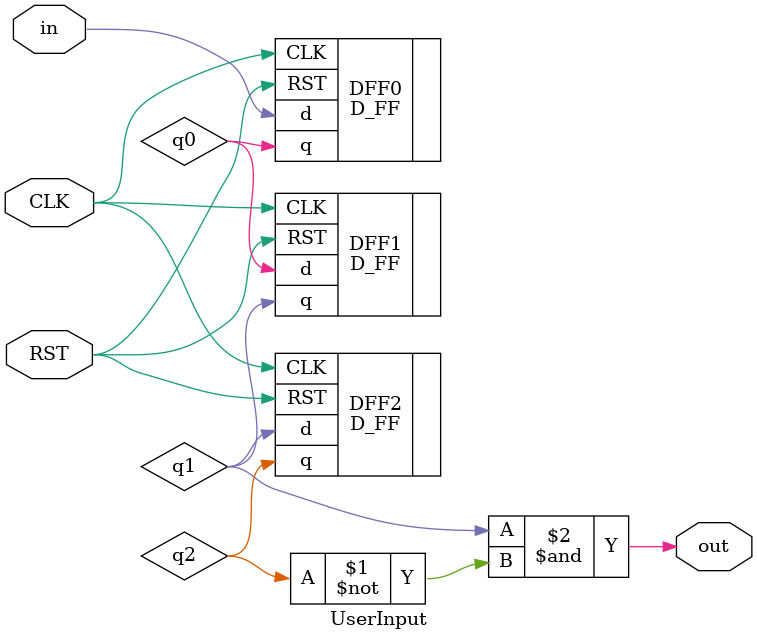
<source format=sv>
module UserInput (out, in, CLK, RST);
	input logic in, CLK, RST;
	output logic out;
	
	// Set up 3 DFF in series, which will all be offset by a clock cycle
	logic q0, q1, q2;
	D_FF DFF0 (.q(q0), .d(in), .RST, .CLK);
	D_FF DFF1 (.q(q1), .d(q0), .RST, .CLK);
	D_FF DFF2 (.q(q2), .d(q1), .RST, .CLK);
	
	assign out = q1 & ~q2; // output only one cycle when q1 and q2 are offset
	
endmodule

//module UserInput_testbench();
//
//	logic CLOCK_50, KEY[3:0], SW[9:0], out;
//	
//	UserInput dut (.out, .in(KEY[3]), .CLK(CLOCK_50), .RST(SW[9]));
//	
//	// Set up a simulated  clock
//	parameter CLOCK_PERIOD = 100;
//	initial begin
//		CLOCK_50 <= 0;
//		forever # (CLOCK_PERIOD/2) CLOCK_50 <= ~CLOCK_50;	// Forever toggle clock
//	end
//	
//	initial begin
//							repeat(1) @(posedge CLOCK_50);
//		SW[9] 	<= 1;	KEY[3] <= 0; repeat(4) @(posedge CLOCK_50);	// reset on, key press off
//		SW[9]		<=	0;	repeat(1) @(posedge CLOCK_50);	// reset off
//		KEY[3]	<=	1;	repeat(4) @(posedge CLOCK_50);	// key press on (long)
//		KEY[3]	<= 0;	repeat(4) @(posedge CLOCK_50);	// key press off
//		KEY[3]	<=	1;	repeat(1) @(posedge CLOCK_50);	// key press on (short)
//		KEY[3]	<= 0;	repeat(4) @(posedge CLOCK_50);	// key press off
//		KEY[3]	<= 1;	repeat(1) @(posedge CLOCK_50);	// key press on
//		SW[9]		<= 1;	repeat(5) @(posedge CLOCK_50);	// reset on
//		$stop;	// end simulation
//	end
//endmodule
</source>
